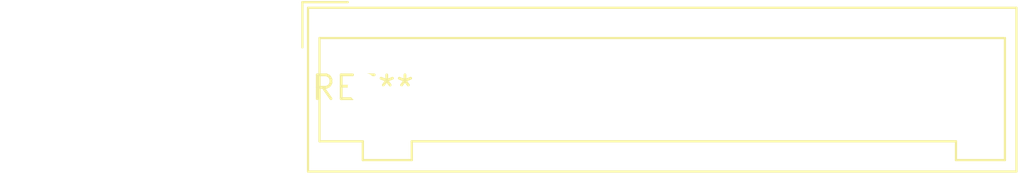
<source format=kicad_pcb>
(kicad_pcb (version 20240108) (generator pcbnew)
  (layers (0 "F.Cu" signal) (31 "B.Cu" signal) (34 "B.Paste" user) (35 "F.Paste" user) (36 "B.SilkS" user "B.Silkscreen") (37 "F.SilkS" user "F.Silkscreen") (38 "B.Mask" user) (39 "F.Mask" user) (44 "Edge.Cuts" user))
  (net 0 "")
  (footprint "Wago_734-140_1x10_P3.50mm_Vertical" (layer "F.Cu") (at 0 0)
    (property "Reference" "REF**")
    (property "Value" "Wago_734-140_1x10_P3.50mm_Vertical")
    (fp_line (start -3.21 -4.56) (end -0.8 -4.56) (layer "F.SilkS") (stroke (width 0.12)))
    (fp_line (start -3.21 -2.15) (end -3.21 -4.56) (layer "F.SilkS") (stroke (width 0.12)))
    (fp_line (start -2.91 -4.26) (end -2.91 4.46) (layer "F.SilkS") (stroke (width 0.12)))
    (fp_line (start -2.91 4.46) (end 34.71 4.46) (layer "F.SilkS") (stroke (width 0.12)))
    (fp_line (start -2.3 -2.65) (end -2.3 2.85) (layer "F.SilkS") (stroke (width 0.12)))
    (fp_line (start -2.3 2.85) (end 0 2.85) (layer "F.SilkS") (stroke (width 0.12)))
    (fp_line (start 0 2.85) (end 0 3.85) (layer "F.SilkS") (stroke (width 0.12)))
    (fp_line (start 0 3.85) (end 2.6 3.85) (layer "F.SilkS") (stroke (width 0.12)))
    (fp_line (start 2.6 2.85) (end 31.5 2.85) (layer "F.SilkS") (stroke (width 0.12)))
    (fp_line (start 2.6 3.85) (end 2.6 2.85) (layer "F.SilkS") (stroke (width 0.12)))
    (fp_line (start 31.5 2.85) (end 31.5 3.85) (layer "F.SilkS") (stroke (width 0.12)))
    (fp_line (start 31.5 3.85) (end 34.1 3.85) (layer "F.SilkS") (stroke (width 0.12)))
    (fp_line (start 34.1 -2.65) (end -2.3 -2.65) (layer "F.SilkS") (stroke (width 0.12)))
    (fp_line (start 34.1 3.85) (end 34.1 -2.65) (layer "F.SilkS") (stroke (width 0.12)))
    (fp_line (start 34.71 -4.26) (end -2.91 -4.26) (layer "F.SilkS") (stroke (width 0.12)))
    (fp_line (start 34.71 4.46) (end 34.71 -4.26) (layer "F.SilkS") (stroke (width 0.12)))
    (pad "1" thru_hole roundrect (at 0 0) (size 2 2.6) (drill 1.6) (layers *.Cu *.Mask) (remove_unused_layers) (roundrect_rratio 0.125))
    (pad "2" thru_hole oval (at 3.5 0) (size 2 2.6) (drill 1.6) (layers *.Cu *.Mask) (remove_unused_layers))
    (pad "3" thru_hole oval (at 7 0) (size 2 2.6) (drill 1.6) (layers *.Cu *.Mask) (remove_unused_layers))
    (pad "4" thru_hole oval (at 10.5 0) (size 2 2.6) (drill 1.6) (layers *.Cu *.Mask) (remove_unused_layers))
    (pad "5" thru_hole oval (at 14 0) (size 2 2.6) (drill 1.6) (layers *.Cu *.Mask) (remove_unused_layers))
    (pad "6" thru_hole oval (at 17.5 0) (size 2 2.6) (drill 1.6) (layers *.Cu *.Mask) (remove_unused_layers))
    (pad "7" thru_hole oval (at 21 0) (size 2 2.6) (drill 1.6) (layers *.Cu *.Mask) (remove_unused_layers))
    (pad "8" thru_hole oval (at 24.5 0) (size 2 2.6) (drill 1.6) (layers *.Cu *.Mask) (remove_unused_layers))
    (pad "9" thru_hole oval (at 28 0) (size 2 2.6) (drill 1.6) (layers *.Cu *.Mask) (remove_unused_layers))
    (pad "10" thru_hole oval (at 31.5 0) (size 2 2.6) (drill 1.6) (layers *.Cu *.Mask) (remove_unused_layers))
  )
)
</source>
